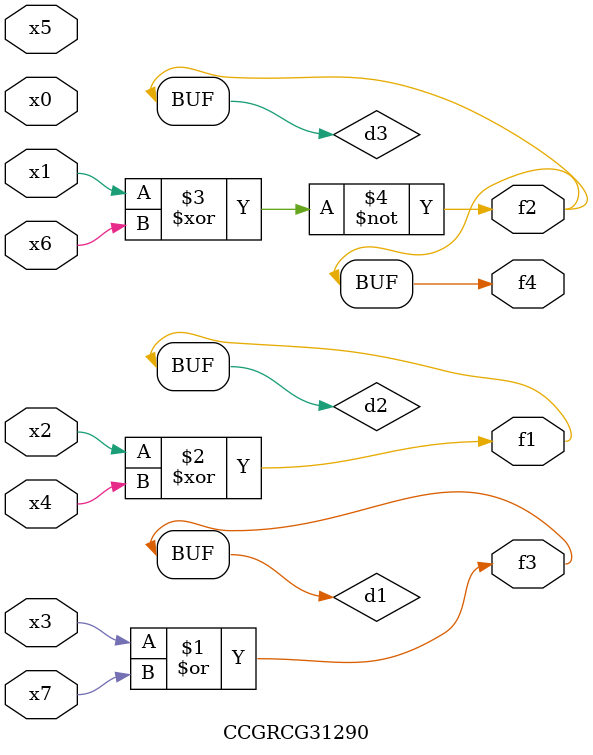
<source format=v>
module CCGRCG31290(
	input x0, x1, x2, x3, x4, x5, x6, x7,
	output f1, f2, f3, f4
);

	wire d1, d2, d3;

	or (d1, x3, x7);
	xor (d2, x2, x4);
	xnor (d3, x1, x6);
	assign f1 = d2;
	assign f2 = d3;
	assign f3 = d1;
	assign f4 = d3;
endmodule

</source>
